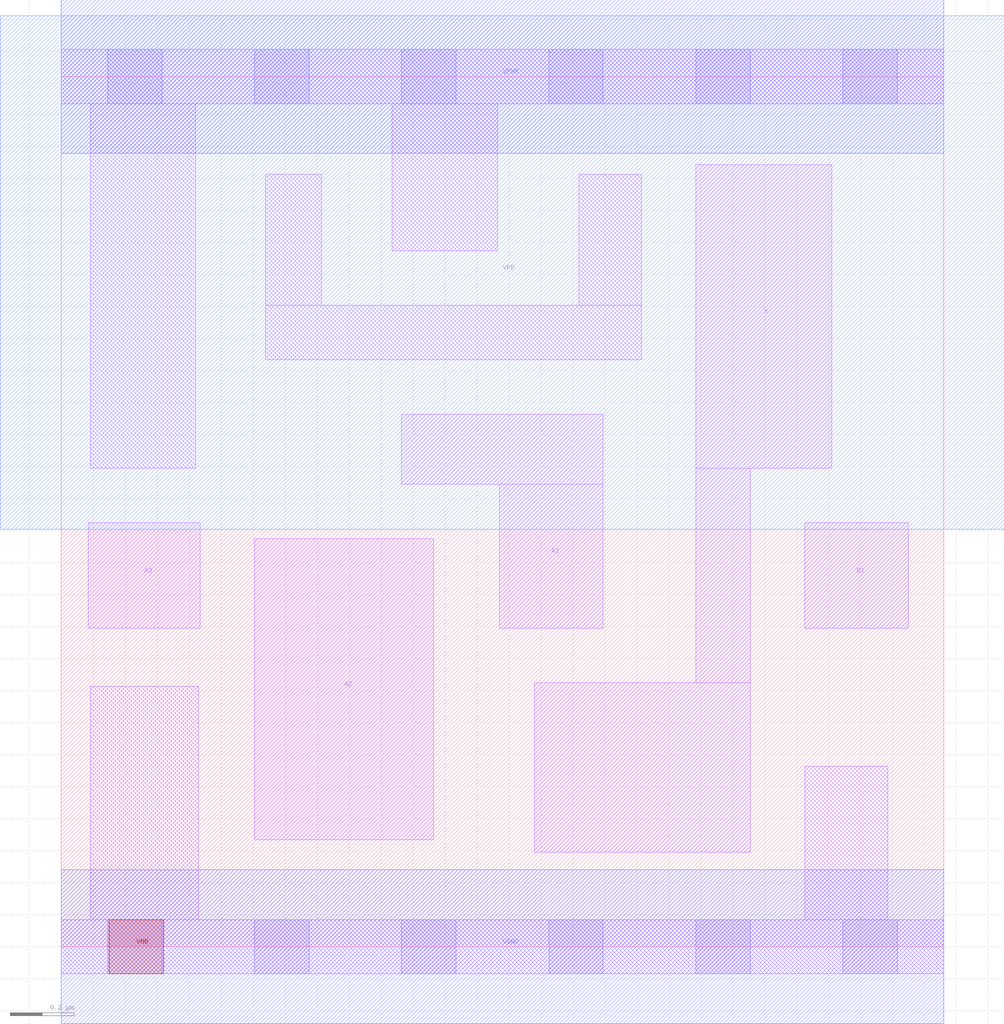
<source format=lef>
# Copyright 2020 The SkyWater PDK Authors
#
# Licensed under the Apache License, Version 2.0 (the "License");
# you may not use this file except in compliance with the License.
# You may obtain a copy of the License at
#
#     https://www.apache.org/licenses/LICENSE-2.0
#
# Unless required by applicable law or agreed to in writing, software
# distributed under the License is distributed on an "AS IS" BASIS,
# WITHOUT WARRANTIES OR CONDITIONS OF ANY KIND, either express or implied.
# See the License for the specific language governing permissions and
# limitations under the License.
#
# SPDX-License-Identifier: Apache-2.0

VERSION 5.7 ;
  NOWIREEXTENSIONATPIN ON ;
  DIVIDERCHAR "/" ;
  BUSBITCHARS "[]" ;
PROPERTYDEFINITIONS
  MACRO maskLayoutSubType STRING ;
  MACRO prCellType STRING ;
  MACRO originalViewName STRING ;
END PROPERTYDEFINITIONS
MACRO sky130_fd_sc_hdll__a31oi_1
  CLASS CORE ;
  FOREIGN sky130_fd_sc_hdll__a31oi_1 ;
  ORIGIN  0.000000  0.000000 ;
  SIZE  2.760000 BY  2.720000 ;
  SYMMETRY X Y R90 ;
  SITE unithd ;
  PIN A1
    ANTENNAGATEAREA  0.277500 ;
    DIRECTION INPUT ;
    USE SIGNAL ;
    PORT
      LAYER li1 ;
        RECT 1.065000 1.445000 1.695000 1.665000 ;
        RECT 1.370000 0.995000 1.695000 1.445000 ;
    END
  END A1
  PIN A2
    ANTENNAGATEAREA  0.277500 ;
    DIRECTION INPUT ;
    USE SIGNAL ;
    PORT
      LAYER li1 ;
        RECT 0.605000 0.335000 1.165000 1.275000 ;
    END
  END A2
  PIN A3
    ANTENNAGATEAREA  0.277500 ;
    DIRECTION INPUT ;
    USE SIGNAL ;
    PORT
      LAYER li1 ;
        RECT 0.085000 0.995000 0.435000 1.325000 ;
    END
  END A3
  PIN B1
    ANTENNAGATEAREA  0.277500 ;
    DIRECTION INPUT ;
    USE SIGNAL ;
    PORT
      LAYER li1 ;
        RECT 2.325000 0.995000 2.650000 1.325000 ;
    END
  END B1
  PIN VGND
    ANTENNADIFFAREA  0.520000 ;
    DIRECTION INOUT ;
    USE SIGNAL ;
    PORT
      LAYER met1 ;
        RECT 0.000000 -0.240000 2.760000 0.240000 ;
    END
  END VGND
  PIN VNB
    PORT
      LAYER pwell ;
        RECT 0.150000 -0.085000 0.320000 0.085000 ;
    END
  END VNB
  PIN VPB
    PORT
      LAYER nwell ;
        RECT -0.190000 1.305000 2.950000 2.910000 ;
    END
  END VPB
  PIN VPWR
    ANTENNADIFFAREA  0.595000 ;
    DIRECTION INOUT ;
    USE SIGNAL ;
    PORT
      LAYER met1 ;
        RECT 0.000000 2.480000 2.760000 2.960000 ;
    END
  END VPWR
  PIN Y
    ANTENNADIFFAREA  0.523750 ;
    DIRECTION OUTPUT ;
    USE SIGNAL ;
    PORT
      LAYER li1 ;
        RECT 1.480000 0.295000 2.155000 0.825000 ;
        RECT 1.985000 0.825000 2.155000 1.495000 ;
        RECT 1.985000 1.495000 2.410000 2.445000 ;
    END
  END Y
  OBS
    LAYER li1 ;
      RECT 0.000000 -0.085000 2.760000 0.085000 ;
      RECT 0.000000  2.635000 2.760000 2.805000 ;
      RECT 0.090000  0.085000 0.430000 0.815000 ;
      RECT 0.090000  1.495000 0.420000 2.635000 ;
      RECT 0.640000  1.835000 1.815000 2.005000 ;
      RECT 0.640000  2.005000 0.815000 2.415000 ;
      RECT 1.035000  2.175000 1.365000 2.635000 ;
      RECT 1.620000  2.005000 1.815000 2.415000 ;
      RECT 2.325000  0.085000 2.585000 0.565000 ;
    LAYER mcon ;
      RECT 0.145000 -0.085000 0.315000 0.085000 ;
      RECT 0.145000  2.635000 0.315000 2.805000 ;
      RECT 0.605000 -0.085000 0.775000 0.085000 ;
      RECT 0.605000  2.635000 0.775000 2.805000 ;
      RECT 1.065000 -0.085000 1.235000 0.085000 ;
      RECT 1.065000  2.635000 1.235000 2.805000 ;
      RECT 1.525000 -0.085000 1.695000 0.085000 ;
      RECT 1.525000  2.635000 1.695000 2.805000 ;
      RECT 1.985000 -0.085000 2.155000 0.085000 ;
      RECT 1.985000  2.635000 2.155000 2.805000 ;
      RECT 2.445000 -0.085000 2.615000 0.085000 ;
      RECT 2.445000  2.635000 2.615000 2.805000 ;
  END
  PROPERTY maskLayoutSubType "abstract" ;
  PROPERTY prCellType "standard" ;
  PROPERTY originalViewName "layout" ;
END sky130_fd_sc_hdll__a31oi_1
END LIBRARY

</source>
